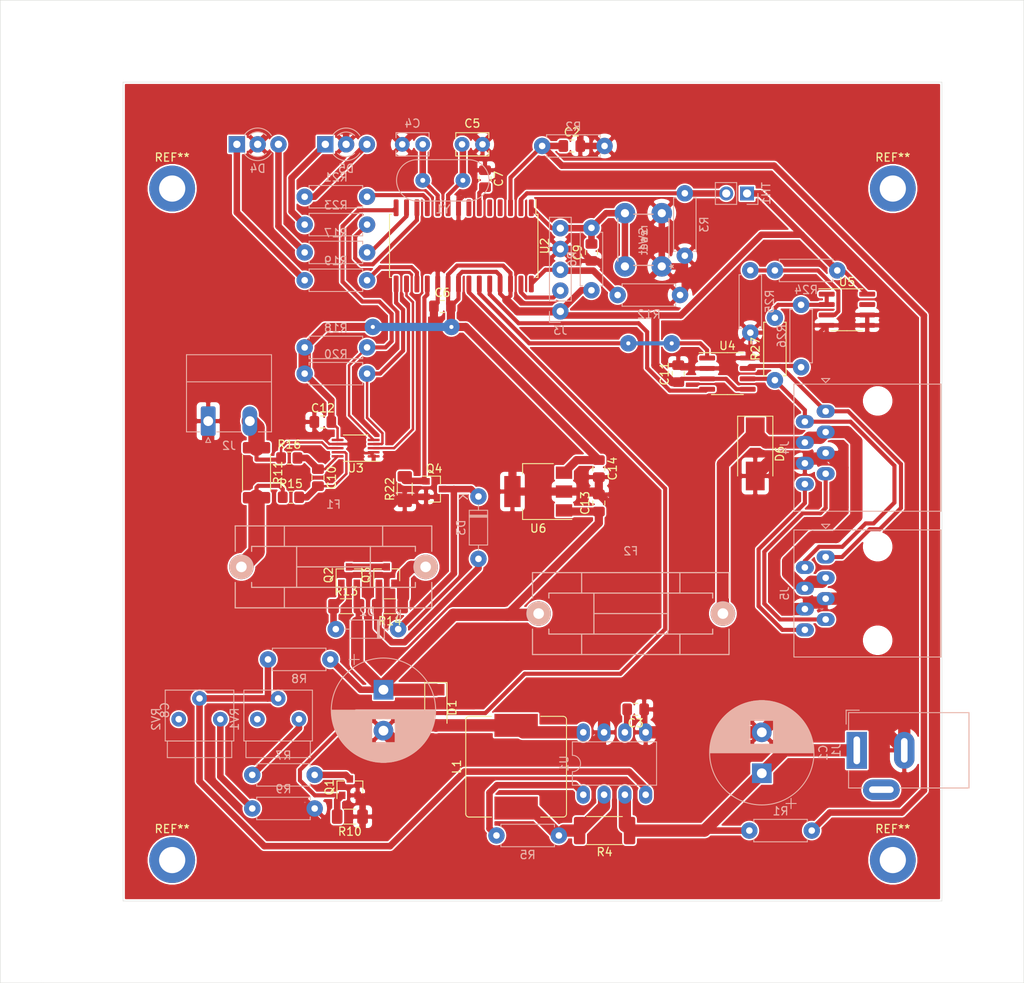
<source format=kicad_pcb>
(kicad_pcb (version 20211014) (generator pcbnew)
  (layers (0 "F.Cu" signal) (31 "B.Cu" signal) (34 "B.Paste" user) (35 "F.Paste" user) (36 "B.SilkS" user "B.Silkscreen") (37 "F.SilkS" user "F.Silkscreen") (38 "B.Mask" user) (39 "F.Mask" user) (44 "Edge.Cuts" user))
  (net 0 "")
  (net 1 "GND")
  (net 2 "Net-(C1-Pad1)")
  (net 3 "/PS_OK")
  (net 4 "Net-(C3-Pad2)")
  (net 5 "Net-(C4-Pad1)")
  (net 6 "Net-(C5-Pad1)")
  (net 7 "+5V")
  (net 8 "Net-(C7-Pad2)")
  (net 9 "+12V")
  (net 10 "/MCLR")
  (net 11 "Net-(C10-Pad2)")
  (net 12 "Net-(C10-Pad1)")
  (net 13 "Net-(D1-Pad2)")
  (net 14 "Net-(D2-Pad1)")
  (net 15 "Net-(D2-Pad2)")
  (net 16 "Net-(D3-Pad2)")
  (net 17 "Net-(D4-Pad1)")
  (net 18 "Net-(D4-Pad3)")
  (net 19 "Net-(D5-Pad3)")
  (net 20 "Net-(D5-Pad1)")
  (net 21 "Net-(D6-Pad1)")
  (net 22 "Net-(F1-Pad2)")
  (net 23 "Net-(F1-Pad1)")
  (net 24 "Net-(J1-Pad3)")
  (net 25 "/+BATT")
  (net 26 "/PGC")
  (net 27 "/PGD")
  (net 28 "Net-(J4-Pad7)")
  (net 29 "Net-(J4-Pad8)")
  (net 30 "Net-(L1-Pad1)")
  (net 31 "/B_CHRG")
  (net 32 "Net-(Q1-Pad3)")
  (net 33 "Net-(Q2-Pad3)")
  (net 34 "/BATT_ON")
  (net 35 "Net-(R3-Pad2)")
  (net 36 "Net-(R5-Pad1)")
  (net 37 "Net-(R7-Pad2)")
  (net 38 "Net-(R8-Pad1)")
  (net 39 "Net-(R9-Pad2)")
  (net 40 "Net-(R17-Pad1)")
  (net 41 "/SCL")
  (net 42 "Net-(R19-Pad1)")
  (net 43 "/SDA")
  (net 44 "Net-(R21-Pad1)")
  (net 45 "Net-(R23-Pad1)")
  (net 46 "Net-(R24-Pad1)")
  (net 47 "Net-(R26-Pad1)")
  (net 48 "Net-(RV1-Pad1)")
  (net 49 "Net-(RV2-Pad1)")
  (net 50 "Net-(U2-Pad4)")
  (net 51 "Net-(U2-Pad5)")
  (net 52 "Net-(U2-Pad7)")
  (net 53 "/ALRT")
  (net 54 "Net-(U5-Pad7)")
  (net 55 "/CANH")
  (net 56 "/CANL")
  (net 57 "/CANTX")
  (net 58 "/CANRX")
  (footprint "Capacitor_SMD:C_0805_2012Metric_Pad1.18x1.45mm_HandSolder" (layer "F.Cu") (at 162.6 116.6 180)
    (fp_text reference "C3")
    (fp_text value "1nF")
  )
  (footprint "Capacitor_THT:C_Disc_D3.8mm_W2.6mm_P2.50mm" (layer "F.Cu") (at 141.4 47.6)
    (fp_text reference "C5")
    (fp_text value "22pF")
  )
  (footprint "Capacitor_SMD:C_0805_2012Metric_Pad1.18x1.45mm_HandSolder" (layer "F.Cu") (at 139 67.4)
    (fp_text reference "C6")
    (fp_text value "100nF")
  )
  (footprint "Capacitor_SMD:C_0805_2012Metric_Pad1.18x1.45mm_HandSolder" (layer "F.Cu") (at 144.2 51.8 -90)
    (fp_text reference "C7")
    (fp_text value "10uF")
  )
  (footprint "Capacitor_SMD:C_0805_2012Metric_Pad1.18x1.45mm_HandSolder" (layer "F.Cu") (at 157.2 60.8 90)
    (fp_text reference "C9")
    (fp_text value "100nF")
  )
  (footprint "Capacitor_SMD:C_0805_2012Metric_Pad1.18x1.45mm_HandSolder" (layer "F.Cu") (at 123.8 88.3 -90)
    (fp_text reference "C10")
    (fp_text value "1nF")
  )
  (footprint "Capacitor_SMD:C_0805_2012Metric_Pad1.18x1.45mm_HandSolder" (layer "F.Cu") (at 167.8 75.6 90)
    (fp_text reference "C11")
    (fp_text value "100nF")
  )
  (footprint "Capacitor_SMD:C_0805_2012Metric_Pad1.18x1.45mm_HandSolder" (layer "F.Cu") (at 124.4 81.5)
    (fp_text reference "C12")
    (fp_text value "100nF")
  )
  (footprint "Capacitor_SMD:C_0805_2012Metric_Pad1.18x1.45mm_HandSolder" (layer "F.Cu") (at 158.1 91.4 90)
    (fp_text reference "C13")
    (fp_text value "10uF")
  )
  (footprint "Capacitor_SMD:C_0805_2012Metric_Pad1.18x1.45mm_HandSolder" (layer "F.Cu") (at 158.1 87.2 -90)
    (fp_text reference "C14")
    (fp_text value "10uF")
  )
  (footprint "Diode_SMD:D_SOD-128" (layer "F.Cu") (at 138.2 116.4 -90)
    (fp_text reference "D1")
    (fp_text value "D_Schottky")
  )
  (footprint "Inductor_SMD:L_Bourns_SRR1210A" (layer "F.Cu") (at 148 123.6 90)
    (fp_text reference "L1")
    (fp_text value "220µH")
  )
  (footprint "Package_TO_SOT_SMD:SOT-23" (layer "F.Cu") (at 127.7 126.1 90)
    (fp_text reference "Q1")
    (fp_text value "BSS123")
  )
  (footprint "Resistor_SMD:R_2512_6332Metric_Pad1.40x3.35mm_HandSolder" (layer "F.Cu") (at 158.8 131.4 180)
    (fp_text reference "R4")
    (fp_text value "0.22")
  )
  (footprint "Resistor_SMD:R_1206_3216Metric_Pad1.30x1.75mm_HandSolder" (layer "F.Cu") (at 127.7 129.7 180)
    (fp_text reference "R10")
    (fp_text value "10K")
  )
  (footprint "Resistor_SMD:R_2512_6332Metric_Pad1.40x3.35mm_HandSolder" (layer "F.Cu") (at 116.3 87.7 -90)
    (fp_text reference "R11")
    (fp_text value "0.039")
  )
  (footprint "Resistor_SMD:R_0805_2012Metric_Pad1.20x1.40mm_HandSolder" (layer "F.Cu") (at 120.5 90.7)
    (fp_text reference "R15")
    (fp_text value "10")
  )
  (footprint "Resistor_SMD:R_0805_2012Metric_Pad1.20x1.40mm_HandSolder" (layer "F.Cu") (at 120.3 85.9)
    (fp_text reference "R16")
    (fp_text value "10")
  )
  (footprint "Resistor_THT:R_Axial_DIN0207_L6.3mm_D2.5mm_P7.62mm_Horizontal" (layer "F.Cu") (at 179.6 76.4 90)
    (fp_text reference "R27")
    (fp_text value "330")
  )
  (footprint "Package_SO:SOIC-8_3.9x4.9mm_P1.27mm" (layer "F.Cu") (at 173.8 75.6)
    (fp_text reference "U4")
    (fp_text value "MCP2542FDxMF")
  )
  (footprint "Package_SO:SOIC-8_3.9x4.9mm_P1.27mm" (layer "F.Cu") (at 188.4 67.8)
    (fp_text reference "U5")
    (fp_text value "LM358")
  )
  (footprint "Package_TO_SOT_SMD:SOT-223-3_TabPin2" (layer "F.Cu") (at 150.7 90 180)
    (fp_text reference "U6")
    (fp_text value "uA7805")
  )
  (footprint "Diode_SMD:D_SMB_Handsoldering" (layer "F.Cu") (at 177.2 85.4 -90)
    (fp_text reference "D6")
    (fp_text value "SMBJ16A")
  )
  (footprint "Capacitor_SMD:C_0805_2012Metric_Pad1.18x1.45mm_HandSolder" (layer "F.Cu") (at 154.8 47.8)
    (fp_text reference "C2")
    (fp_text value "100nF")
  )
  (footprint "Package_SO:SOIC-28W_7.5x17.9mm_P1.27mm" (layer "F.Cu") (at 141.6 60 -90)
    (fp_text reference "U2")
    (fp_text value "PIC18F26K80_ISS")
  )
  (footprint "Package_TO_SOT_SMD:SOT-23" (layer "F.Cu") (at 138 89.7)
    (fp_text reference "Q4")
    (fp_text value "BSS123")
  )
  (footprint "Resistor_SMD:R_1206_3216Metric_Pad1.30x1.75mm_HandSolder" (layer "F.Cu") (at 132.588 104 180)
    (fp_text reference "R14")
    (fp_text value "10K")
  )
  (footprint "Resistor_SMD:R_1206_3216Metric_Pad1.30x1.75mm_HandSolder" (layer "F.Cu") (at 134.4 89.7 90)
    (fp_text reference "R22")
    (fp_text value "10K")
  )
  (footprint "Package_SO:VSSOP-10_3x3mm_P0.5mm" (layer "F.Cu") (at 128.4 84.7 180)
    (fp_text reference "U3")
    (fp_text value "INA226")
  )
  (footprint "Package_TO_SOT_SMD:SOT-23" (layer "F.Cu") (at 132.2 100.2 90)
    (fp_text reference "Q3")
    (fp_text value "PMOS")
  )
  (footprint "Package_TO_SOT_SMD:SOT-23" (layer "F.Cu") (at 127.6 100.2 90)
    (fp_text reference "Q2")
    (fp_text value "PMOS")
  )
  (footprint "MountingHole:MountingHole_3.2mm_M3_DIN965_Pad" (layer "F.Cu") (at 194 53)
    (fp_text reference "REF**")
    (fp_text value "MountingHole_3.2mm_M3_DIN965_Pad")
  )
  (footprint "MountingHole:MountingHole_3.2mm_M3_DIN965_Pad" (layer "F.Cu") (at 106 53)
    (fp_text reference "REF**")
    (fp_text value "MountingHole_3.2mm_M3_DIN965_Pad")
  )
  (footprint "MountingHole:MountingHole_3.2mm_M3_DIN965_Pad" (layer "F.Cu") (at 106 135)
    (fp_text reference "REF**")
    (fp_text value "MountingHole_3.2mm_M3_DIN965_Pad")
  )
  (footprint "MountingHole:MountingHole_3.2mm_M3_DIN965_Pad" (layer "F.Cu") (at 194 135)
    (fp_text reference "REF**")
    (fp_text value "MountingHole_3.2mm_M3_DIN965_Pad")
  )
  (footprint "Resistor_SMD:R_1206_3216Metric_Pad1.30x1.75mm_HandSolder" (layer "F.Cu") (at 127.254 104)
    (fp_text reference "R13")
    (fp_text value "10K")
  )
  (footprint "Capacitor_THT:CP_Radial_D12.5mm_P5.00mm" (layer "B.Cu") (at 178 124.4 90)
    (fp_text reference "C1")
    (fp_text value "1000µF")
  )
  (footprint "Capacitor_THT:C_Disc_D3.8mm_W2.6mm_P2.50mm" (layer "B.Cu") (at 136.6 47.6 180)
    (fp_text reference "C4")
    (fp_text value "22pF")
  )
  (footprint "Capacitor_THT:CP_Radial_D12.5mm_P5.00mm" (layer "B.Cu") (at 131.8 114.2 -90)
    (fp_text reference "C8")
    (fp_text value "1000µF")
  )
  (footprint "LED_THT:LED_D3.0mm-3" (layer "B.Cu") (at 113.9 47.6)
    (fp_text reference "D4")
    (fp_text value "LED")
  )
  (footprint "LED_THT:LED_D3.0mm-3" (layer "B.Cu") (at 124.7 47.6)
    (fp_text reference "D5")
    (fp_text value "LED")
  )
  (footprint "local:Fuseholder5x20_horiz_SemiClosed_Casing10x22.5mm" (layer "B.Cu") (at 162 104.9 180)
    (fp_text reference "F2")
    (fp_text value "1A")
  )
  (footprint "Connector_BarrelJack:BarrelJack_Wuerth_6941xx301002" (layer "B.Cu") (at 189.6 121.6 -90)
    (fp_text reference "J1")
    (fp_text value "Jack-DC")
  )
  (footprint "Connector_Phoenix_MC_HighVoltage:PhoenixContact_MC_1,5_2-G-5.08_1x02_P5.08mm_Horizontal" (layer "B.Cu") (at 110.4 81.4)
    (fp_text reference "J2")
    (fp_text value "BATT")
  )
  (footprint "Connector_RJ:RJ45_Amphenol_54602-x08_Horizontal" (layer "B.Cu") (at 185.8 80.2 -90)
    (fp_text reference "J4")
    (fp_text value "RJ45")
  )
  (footprint "Connector_RJ:RJ45_Amphenol_54602-x08_Horizontal" (layer "B.Cu") (at 185.8 98 -90)
    (fp_text reference "J5")
    (fp_text value "RJ45")
  )
  (footprint "Resistor_THT:R_Axial_DIN0207_L6.3mm_D2.5mm_P7.62mm_Horizontal" (layer "B.Cu") (at 184.1 131.4 180)
    (fp_text reference "R1")
    (fp_text value "10K")
  )
  (footprint "Resistor_THT:R_Axial_DIN0207_L6.3mm_D2.5mm_P7.62mm_Horizontal" (layer "B.Cu") (at 158.8 47.8 180)
    (fp_text reference "R2")
    (fp_text value "1.8K")
  )
  (footprint "Resistor_THT:R_Axial_DIN0207_L6.3mm_D2.5mm_P7.62mm_Horizontal" (layer "B.Cu") (at 168.6 61.2 90)
    (fp_text reference "R3")
    (fp_text value "10K")
  )
  (footprint "Resistor_THT:R_Axial_DIN0207_L6.3mm_D2.5mm_P7.62mm_Horizontal" (layer "B.Cu") (at 145.6 132)
    (fp_text reference "R5")
    (fp_text value "180")
  )
  (footprint "Resistor_THT:R_Axial_DIN0207_L6.3mm_D2.5mm_P7.62mm_Horizontal" (layer "B.Cu") (at 123.4 124.6 180)
    (fp_text reference "R7")
    (fp_text value "18K7")
  )
  (footprint "Resistor_THT:R_Axial_DIN0207_L6.3mm_D2.5mm_P7.62mm_Horizontal" (layer "B.Cu") (at 123.4 128.7 180)
    (fp_text reference "R9")
    (fp_text value "1.8K")
  )
  (footprint "Resistor_THT:R_Axial_DIN0207_L6.3mm_D2.5mm_P7.62mm_Horizontal" (layer "B.Cu") (at 160.4 66)
    (fp_text reference "R12")
    (fp_text value "10K")
  )
  (footprint "Resistor_THT:R_Axial_DIN0207_L6.3mm_D2.5mm_P7.62mm_Horizontal" (layer "B.Cu") (at 129.8 60.8 180)
    (fp_text reference "R17")
    (fp_text value "330")
  )
  (footprint "Resistor_THT:R_Axial_DIN0207_L6.3mm_D2.5mm_P7.62mm_Horizontal" (layer "B.Cu") (at 129.8 72.4 180)
    (fp_text reference "R18")
    (fp_text value "4K7")
  )
  (footprint "Resistor_THT:R_Axial_DIN0207_L6.3mm_D2.5mm_P7.62mm_Horizontal" (layer "B.Cu") (at 129.8 64.2 180)
    (fp_text reference "R19")
    (fp_text value "330")
  )
  (footprint "Resistor_THT:R_Axial_DIN0207_L6.3mm_D2.5mm_P7.62mm_Horizontal" (layer "B.Cu") (at 129.8 75.6 180)
    (fp_text reference "R20")
    (fp_text value "4K7")
  )
  (footprint "Resistor_THT:R_Axial_DIN0207_L6.3mm_D2.5mm_P7.62mm_Horizontal" (layer "B.Cu") (at 129.8 54 180)
    (fp_text reference "R21")
    (fp_text value "330")
  )
  (footprint "Resistor_THT:R_Axial_DIN0207_L6.3mm_D2.5mm_P7.62mm_Horizontal" (layer "B.Cu") (at 129.8 57.4 180)
    (fp_text reference "R23")
    (fp_text value "330")
  )
  (footprint "Resistor_THT:R_Axial_DIN0207_L6.3mm_D2.5mm_P7.62mm_Horizontal" (layer "B.Cu") (at 179.6 63)
    (fp_text reference "R24")
    (fp_text value "10K")
  )
  (footprint "Resistor_THT:R_Axial_DIN0207_L6.3mm_D2.5mm_P7.62mm_Horizontal" (layer "B.Cu") (at 176.6 70.6 90)
    (fp_text reference "R25")
    (fp_text value "10K")
  )
  (footprint "Resistor_THT:R_Axial_DIN0207_L6.3mm_D2.5mm_P7.62mm_Horizontal" (layer "B.Cu") (at 182.8 67.2 -90)
    (fp_text reference "R26")
    (fp_text value "330")
  )
  (footprint "Potentiometer_THT:Potentiometer_Bourns_3339S_Horizontal" (layer "B.Cu") (at 116.4 117.8 -90)
    (fp_text reference "RV1")
    (fp_text value "100K")
  )
  (footprint "Potentiometer_THT:Potentiometer_Bourns_3339S_Horizontal" (layer "B.Cu") (at 106.8 117.8 -90)
    (fp_text reference "RV2")
    (fp_text value "500")
  )
  (footprint "te:1825910-7" (layer "B.Cu") (at 161.29 56.007 90)
    (fp_text reference "SW1")
    (fp_text value "reset")
  )
  (footprint "Connector_PinHeader_2.54mm:PinHeader_1x02_P2.54mm_Vertical" (layer "B.Cu") (at 176.2 53.6 90)
    (fp_text reference "TH1")
    (fp_text value "NTC10K")
  )
  (footprint "Package_DIP:DIP-8_W7.62mm" (layer "B.Cu") (at 156.2 119.4 -90)
    (fp_text reference "U1")
    (fp_text value "MC33063AP")
  )
  (footprint "Crystal:Crystal_HC18-U_Vertical" (layer "B.Cu") (at 136.6 52)
    (fp_text reference "Y1")
    (fp_text value "10Mhz")
  )
  (footprint "Resistor_THT:R_Axial_DIN0207_L6.3mm_D2.5mm_P7.62mm_Horizontal" (layer "B.Cu") (at 117.7 110.5)
    (fp_text reference "R8")
    (fp_text value "18K7")
  )
  (footprint "Connector_PinHeader_2.54mm:PinHeader_1x05_P2.54mm_Vertical" (layer "B.Cu") (at 153.4 68)
    (fp_text reference "J3")
    (fp_text value "Conn_01x05_Male")
  )
  (footprint "Resistor_THT:R_Axial_DIN0207_L6.3mm_D2.5mm_P7.62mm_Horizontal" (layer "B.Cu") (at 157.2 57.8 -90)
    (fp_text reference "R6")
    (fp_text value "10K")
  )
  (footprint "Diode_THT:D_DO-35_SOD27_P7.62mm_Horizontal" (layer "B.Cu") (at 133.6 106.8 180)
    (fp_text reference "D2")
    (fp_text value "1N4148")
  )
  (footprint "Diode_THT:D_DO-35_SOD27_P7.62mm_Horizontal" (layer "B.Cu") (at 143.4 90.6 -90)
    (fp_text reference "D3")
    (fp_text value "1N4148")
  )
  (footprint "local:Fuseholder5x20_horiz_SemiClosed_Casing10x22.5mm" (layer "B.Cu") (at 125.7 99.2 180)
    (fp_text reference "F1")
    (fp_text value "2A")
  )
  (gr_line (start 85 150) (end 85 30) (layer "Edge.Cuts") (width 0.05))
  (gr_line (start 100 40) (end 100 140) (layer "Edge.Cuts") (width 0.05))
  (gr_line (start 90 150) (end 85 150) (layer "Edge.Cuts") (width 0.05))
  (gr_line (start 200 40) (end 200 140) (layer "Edge.Cuts") (width 0.05))
  (gr_line (start 85 30) (end 210 30) (layer "Edge.Cuts") (width 0.05))
  (gr_line (start 210 30) (end 210 150) (layer "Edge.Cuts") (width 0.05))
  (gr_line (start 100 40) (end 200 40) (layer "Edge.Cuts") (width 0.05))
  (gr_line (start 210 150) (end 90 150) (layer "Edge.Cuts") (width 0.05))
  (gr_line (start 200 140) (end 100 140) (layer "Edge.Cuts") (width 0.05))
  (segment (start 134.45 90.65) (end 134.4 90.7) (width 0.8) (layer "F.Cu") (net 1))
  (segment (start 137 90.65) (end 134.45 90.65) (width 0.8) (layer "F.Cu") (net 1))
  (segment (start 185.8 85.28) (end 186.076309 85.28) (width 1.5) (layer "F.Cu") (net 1))
  (segment (start 176.6 73.37) (end 176.275 73.695) (width 0.5) (layer "F.Cu") (net 1))
  (segment (start 118.586002 108.5) (end 112 108.5) (width 1.5) (layer "F.Cu") (net 1))
  (segment (start 127.7 84.2) (end 128.8 85.3) (width 0.3) (layer "F.Cu") (net 1))
  (segment (start 128.8 85.3) (end 130.5 85.3) (width 0.3) (layer "F.Cu") (net 1))
  (segment (start 171.325 74.965) (end 168.2025 74.965) (width 0.5) (layer "F.Cu") (net 1))
  (segment (start 156.924877 121.45001) (end 134.05001 121.45001) (width 1.5) (layer "F.Cu") (net 1))
  (segment (start 130.5 85.3) (end 130.6 85.2) (width 0.3) (layer "F.Cu") (net 1))
  (segment (start 168.2025 74.965) (end 167.8 74.5625) (width 0.5) (layer "F.Cu") (net 1))
  (segment (start 155.7425 60.38) (end 157.2 61.8375) (width 0.8) (layer "F.Cu") (net 1))
  (segment (start 153.4 60.38) (end 155.7425 60.38) (width 0.8) (layer "F.Cu") (net 1))
  (segment (start 153.85 90) (end 157.7375 90) (width 1) (layer "F.Cu") (net 1))
  (segment (start 173.565 74.965) (end 174.835 73.695) (width 0.5) (layer "F.Cu") (net 1))
  (segment (start 160.444502 64.357002) (end 163.94 64.357002) (width 0.8) (layer "F.Cu") (net 1))
  (segment (start 128.704 131.9) (end 130.9 131.9) (width 1.5) (layer "F.Cu") (net 1))
  (segment (start 159 113.8) (end 158.74 114.06) (width 1.5) (layer "F.Cu") (net 1))
  (segment (start 196.2 76.4) (end 191 71.2) (width 1.5) (layer "F.Cu") (net 1))
  (segment (start 157.925 61.8375) (end 160.444502 64.357002) (width 0.8) (layer "F.Cu") (net 1))
  (segment (start 158.74 114.06) (end 158.74 119.4) (width 1.5) (layer "F.Cu") (net 1))
  (segment (start 195.4 94.2) (end 196.2 93.4) (width 1.5) (layer "F.Cu") (net 1))
  (segment (start 143.02499 50.90401) (end 143.02499 49.775012) (width 0.5) (layer "F.Cu") (net 1))
  (segment (start 155.8375 46.2375) (end 155.8375 47.8) (width 0.8) (layer "F.Cu") (net 1))
  (segment (start 135.600001 46.099999) (end 134.1 47.6) (width 0.8) (layer "F.Cu") (net 1))
  (segment (start 138.425 66.9375) (end 137.9625 67.4) (width 0.5) (layer "F.Cu") (net 1))
  (segment (start 128.65 127.1) (end 128.700001 127.049999) (width 0.8) (layer "F.Cu") (net 1))
  (segment (start 185.925 69.705) (end 185.03 70.6) (width 0.5) (layer "F.Cu") (net 1))
  (segment (start 118.040001 45.999999) (end 116.44 47.6) (width 0.8) (layer "F.Cu") (net 1))
  (segment (start 184.04999 103.56001) (end 183.26 104.35) (width 1.5) (layer "F.Cu") (net 1))
  (segment (start 134.05001 121.45001) (end 131.8 119.2) (width 1.5) (layer "F.Cu") (net 1))
  (segment (start 180.66 104.35) (end 183.26 104.35) (width 1.5) (layer "F.Cu") (net 1))
  (segment (start 179.50998 97.840956) (end 179.50998 103.19998) (width 1.5) (layer "F.Cu") (net 1))
  (segment (start 127.24 47.6) (end 127.24 46.138998) (width 0.8) (layer "F.Cu") (net 1))
  (segment (start 186.076309 85.28) (end 187.85001 87.053701) (width 1.5) (layer "F.Cu") (net 1))
  (segment (start 158.18102 90.3625) (end 159.52501 91.70649) (width 1) (layer "F.Cu") (net 1))
  (segment (start 176.6 70.6) (end 176.6 73.37) (width 0.5) (layer "F.Cu") (net 1))
  (segment (start 127.24 46.138998) (end 127.101001 45.999999) (width 0.8) (layer "F.Cu") (net 1))
  (segment (start 171.325 74.965) (end 173.565 74.965) (width 0.5) (layer "F.Cu") (net 1))
  (segment (start 139.8 60.4) (end 138.425 61.775) (width 0.5) (layer "F.Cu") (net 1))
  (segment (start 165.790001 56.006999) (end 165.790001 62.507001) (width 0.8) (layer "F.Cu") (net 1))
  (segment (start 177.169999 70.030001) (end 176.6 70.6) (width 0.5) (layer "F.Cu") (net 1))
  (segment (start 143.9 48.900002) (end 143.9 47.6) (width 0.5) (layer "F.Cu") (net 1))
  (segment (start 185.03 70.6) (end 176.6 70.6) (width 0.5) (layer "F.Cu") (net 1))
  (segment (start 183.500966 93.84997) (end 179.50998 97.840956) (width 1.5) (layer "F.Cu") (net 1))
  (segment (start 194.92 103.08) (end 195.4 102.6) (width 1.5) (layer "F.Cu") (net 1))
  (segment (start 178 119.4) (end 179.199999 118.200001) (width 1.5) (layer "F.Cu") (net 1))
  (segment (start 183.84001 85.96999) (end 185.11001 85.96999) (width 1.5) (layer "F.Cu") (net 1))
  (segment (start 185.8 103.08) (end 194.92 103.08) (width 1.5) (layer "F.Cu") (net 1))
  (segment (start 163.82 119.4) (end 178 119.4) (width 1.5) (layer "F.Cu") (net 1))
  (segment (start 187.85001 91.94999) (end 185.95003 93.84997) (width 1.5) (layer "F.Cu") (net 1))
  (segment (start 158.74 119.634887) (end 156.924877 121.45001) (width 1.5) (layer "F.Cu") (net 1))
  (segment (start 123.330001 116.830001) (end 123.330001 113.243999) (width 1.5) (layer "F.Cu") (net 1))
  (segment (start 120.1 127) (end 121.8 128.7) (width 1.5) (layer "F.Cu") (net 1))
  (segment (start 153.4 60.38) (end 139.82 60.38) (width 0.5) (layer "F.Cu") (net 1))
  (segment (start 179.199999 118.200001) (end 192.000001 118.200001) (width 1.5) (layer "F.Cu") (net 1))
  (segment (start 195.60003 121.80003) (end 195.4 121.6) (width 1.5) (layer "F.Cu") (net 1))
  (segment (start 183.26 86.55) (end 183.84001 85.96999) (width 1.5) (layer "F.Cu") (net 1))
  (segment (start 143.9 47.6) (end 142.399999 46.099999) (width 0.8) (layer "F.Cu") (net 1))
  (segment (start 130.9 131.9) (end 134.05001 128.74999) (width 1.5) (layer "F.Cu") (net 1))
  (segment (start 140.965 59.235) (end 139.8 60.4) (width 0.5) (layer "F.Cu") (net 1))
  (segment (start 158.74 119.4) (end 158.74 119.634887) (width 1.5) (layer "F.Cu") (net 1))
  (segment (start 123.3625 82.3625) (end 123.3625 81.5) (width 0.3) (layer "F.Cu") (net 1))
  (segment (start 123.330001 116.830001) (end 123.330001 120.572929) (width 1.5) (layer "F.Cu") (net 1))
  (segment (start 129.25 127.7) (end 128.65 127.1) (width 0.8) (layer "F.Cu") (net 1))
  (segment (start 170.2 119.4) (end 164.6 113.8) (width 1.5) (layer "F.Cu") (net 1))
  (segment (start 120.1 123.80293) (end 120.1 127) (width 1.5) (layer "F.Cu") (net 1))
  (segment (start 134.4 90.7) (end 133.7 90.7) (width 1) (layer "F.Cu") (net 1))
  (segment (start 130.2 85.3) (end 130.6 85.7) (width 0.3) (layer "F.Cu") (net 1))
  (segment (start 129.25 131.354) (end 128.704 131.9) (width 0.8) (layer "F.Cu") (net 1))
  (segment (start 177.2 88.1) (end 178.75 86.55) (width 1.5) (layer "F.Cu") (net 1))
  (segment (start 134.05001 128.74999) (end 134.05001 121.45001) (width 1.5) (layer "F.Cu") (net 1))
  (segment (start 157.7375 90) (end 158.1 90.3625) (width 1) (layer "F.Cu") (net 1))
  (segment (start 133.6 90.7) (end 130.6 87.7) (width 0.3) (layer "F.Cu") (net 1))
  (segment (start 195.4 121.6) (end 195.4 102.6) (width 1.5) (layer "F.Cu") (net 1))
  (segment (start 121.8 128.7) (end 123.4 128.7) (width 1.5) (layer "F.Cu") (net 1))
  (segment (start 134.4 90.7) (end 133.6 90.7) (width 0.3) (layer "F.Cu") (net 1))
  (segment (start 123.330001 120.572929) (end 120.1 123.80293) (width 1.5) (layer "F.Cu") (net 1))
  (segment (start 159.52501 91.70649) (end 159.52501 99.380992) (width 1) (layer "F.Cu") (net 1))
  (segment (start 142.399999 46.099999) (end 135.600001 46.099999) (width 0.8) (layer "F.Cu") (net 1))
  (segment (start 178.75 86.55) (end 183.26 86.55) (width 1.5) (layer "F.Cu") (net 1))
  (segment (start 139.82 60.38) (end 139.8 60.4) (width 0.5) (layer "F.Cu") (net 1))
  (segment (start 179.50998 103.19998) (end 180.66 104.35) (width 1.5) (layer "F.Cu") (net 1))
  (segment (start 137.9625 67.4) (end 137.9625 73.9625) (width 1) (layer "F.Cu") (net 1))
  (segment (start 130.6 87.7) (end 130.6 85.7) (width 0.3) (layer "F.Cu") (net 1))
  (segment (start 164.6 113.8) (end 159 113.8) (width 1.5) (layer "F.Cu") (net 1))
  (segment (start 163.94 64.357002) (end 165.790001 62.507001) (width 0.8) (layer "F.Cu") (net 1))
  (segment (start 168.6 61.2) (end 168.6 62.54) (width 0.8) (layer "F.Cu") (net 1))
  (segment (start 144.2 50.7625) (end 143.1665 50.7625) (width 0.5) (layer "F.Cu") (net 1))
  (segment (start 138.425 64.65) (end 138.425 66.9375) (width 0.5) (layer "F.Cu") (net 1))
  (segment (start 155.4 45.8) (end 155.8375 46.2375) (width 0.8) (layer "F.Cu") (net 1))
  (segment (start 159.52501 99.380992) (end 142.806001 116.100001) (width 1) (layer "F.Cu") (net 1))
  (segment (start 185.925 69.705) (end 190.875 69.705) (width 0.5) (layer "F.Cu") (net 1))
  (segment (start 117.940001 46.099999) (end 116.44 47.6) (width 0.8) (layer "F.Cu") (net 1))
  (segment (start 190.875 71.075) (end 191 71.2) (width 0.5) (layer "F.Cu") (net 1))
  (segment (start 190.875 69.705) (end 190.875 68.435) (width 0.5) (layer "F.Cu") (net 1))
  (segment (start 168.567001 62.507001) (end 168.6 62.54) (width 0.8) (layer "F.Cu") (net 1))
  (segment (start 127.101001 45.999999) (end 118.040001 45.999999) (width 0.8) (layer "F.Cu") (net 1))
  (segment (start 147.55 90) (end 153.85 90) (width 1) (layer "F.Cu") (net 1))
  (segment (start 185.95003 93.84997) (end 183.500966 93.84997) (width 1.5) (layer "F.Cu") (net 1))
  (segment (start 187.85001 87.053701) (end 187.85001 91.94999) (width 1.5) (layer "F.Cu") (net 1))
  (segment (start 125 131.9) (end 128.704 131.9) (width 1.5) (layer "F.Cu") (net 1))
  (segment (start 133.7 90.7) (end 118.586002 105.813998) (width 1) (layer "F.Cu") (net 1))
  (segment (start 174.835 73.695) (end 176.275 73.695) (width 0.5) (layer "F.Cu") (net 1))
  (segment (start 145.7 45.8) (end 155.4 45.8) (width 0.8) (layer "F.Cu") (net 1))
  (segment (start 138.425 61.775) (end 138.425 64.65) (width 0.5) (layer "F.Cu") (net 1))
  (segment (start 196.2 93.4) (end 196.2 76.4) (width 1.5) (layer "F.Cu") (net 1))
  (segment (start 134.1 47.6) (end 132.499999 45.999999) (width 0.8) (layer "F.Cu") (net 1))
  (segment (start 165.790001 62.507001) (end 168.567001 62.507001) (width 0.8) (layer "F.Cu") (net 1))
  (segment (start 143.02499 49.775012) (end 143.9 48.900002) (width 0.5) (layer "F.Cu") (net 1))
  (segment (start 155.8375 47.8) (end 158.8 47.8) (width 0.8) (layer "F.Cu") (net 1))
  (segment (start 143.02499 52.473012) (end 143.02499 50.90401) (width 0.5) (layer "F.Cu") (net 1))
  (segment (start 168.6 62.54) (end 168.6 65.42) (width 0.8) (layer "F.Cu") (net 1))
  (segment (start 192.000001 118.200001) (end 195.4 121.6) (width 1.5) (layer "F.Cu") (net 1))
  (segment (start 142.806001 116.100001) (end 124.060001 116.100001) (width 1) (layer "F.Cu") (net 1))
  (segment (start 110.4 106.9) (end 112 108.5) (width 1.5) (layer "F.Cu") (net 1))
  (segment (start 158.1 90.3625) (end 158.18102 90.3625) (width 1) (layer "F.Cu") (net 1))
  (segment (start 143.1665 50.7625) (end 143.02499 50.90401) (width 0.5) (layer "F.Cu") (net 1))
  (segment (start 185.8 103.08) (end 185.31999 103.56001) (width 1.5) (layer "F.Cu") (net 1))
  (segment (start 129.25 129.7) (end 129.25 131.354) (width 0.8) (layer "F.Cu") (net 1))
  (segment (start 157.2 61.8375) (end 157.925 61.8375) (width 0.8) (layer "F.Cu") (net 1))
  (segment (start 163.6375 116.6) (end 163.6375 119.2175) (width 0.8) (layer "F.Cu") (net 1))
  (segment (start 140.965 54.533002) (end 143.02499 52.473012) (width 0.5) (layer "F.Cu") (net 1))
  (segment (start 118.586002 105.813998) (end 118.586002 108.5) (width 1) (layer "F.Cu") (net 1))
  (segment (start 129.25 129.7) (end 129.25 127.7) (width 0.8) (layer "F.Cu") (net 1))
  (segment (start 123.330001 113.243999) (end 118.586002 108.5) (width 1.5) (layer "F.Cu") (net 1))
  (segment (start 140.965 55.35) (end 140.965 59.235) (width 0.5) (layer "F.Cu") (net 1))
  (segment (start 124.060001 116.100001) (end 123.330001 116.830001) (width 1) (layer "F.Cu") (net 1))
  (segment (start 143.9 47.6) (end 145.7 45.8) (width 0.8) (layer "F.Cu") (net 1))
  (segment (start 163.6375 119.2175) (end 163.82 119.4) (width 0.8) (layer "F.Cu") (net 1))
  (segment (start 137.9625 73.9625) (end 147.55 83.55) (width 1) (layer "F.Cu") (net 1))
  (segment (start 110.4 81.4) (end 110.4 106.9) (width 1.5) (layer "F.Cu") (net 1))
  (segment (start 121.8 128.7) (end 125 131.9) (width 1.5) (layer "F.Cu") (net 1))
  (segment (start 158.1 88.2375) (end 158.1 90.3625) (width 1) (layer "F.Cu") (net 1))
  (segment (start 185.31999 103.56001) (end 184.04999 103.56001) (width 1.5) (layer "F.Cu") (net 1))
  (segment (start 185.11001 85.96999) (end 185.8 85.28) (width 1.5) (layer "F.Cu") (net 1))
  (segment (start 126.2 84.2) (end 127.7 84.2) (width 0.3) (layer "F.Cu") (net 1))
  (segment (start 140.965 55.35) (end 140.965 54.533002) (width 0.5) (layer "F.Cu") (net 1))
  (segment (start 132.499999 45.999999) (end 127.101001 45.999999) (width 0.8) (layer "F.Cu") (net 1))
  (segment (start 147.55 83.55) (end 147.55 90) (width 1) (layer "F.Cu") (net 1))
  (segment (start 126.2 84.2) (end 125.2 84.2) (width 0.3) (layer "F.Cu") (net 1))
  (segment (start 128.8 85.3) (end 130.2 85.3) (width 0.3) (layer "F.Cu") (net 1))
  (segment (start 195.4 102.6) (end 195.4 94.2) (width 1.5) (layer "F.Cu") (net 1))
  (segment (start 125.2 84.2) (end 123.3625 82.3625) (width 0.3) (layer "F.Cu") (net 1))
  (segment (start 168.6 65.42) (end 168.02 66) (width 0.8) (layer "F.Cu") (net 1))
  (segment (start 178 119.4) (end 170.2 119.4) (width 1.5) (layer "F.Cu") (net 1))
  (segment (start 190.875 69.705) (end 190.875 71.075) (width 0.5) (layer "F.Cu") (net 1))
  (segment (start 189.6 121.6) (end 180.8 121.6) (width 1.5) (layer "F.Cu") (net 2))
  (segment (start 171 131.4) (end 161.85 131.4) (width 1.5) (layer "F.Cu") (net 2))
  (segment (start 176.48 131.4) (end 171 131.4) (width 0.8) (layer "F.Cu") (net 2))
  (segment (start 171 131.4) (end 178 124.4) (width 1.5) (layer "F.Cu") (net 2))
  (segment (start 161.28 127.02) (end 161.28 130.83) (width 1.5) (layer "F.Cu") (net 2))
  (segment (start 180.8 121.6) (end 178 124.4) (width 1.5) (layer "F.Cu") (net 2))
  (segment (start 151.18 47.8) (end 153.58 50.2) (width 0.8) (layer "F.Cu") (net 3))
  (segment (start 195.1 129.2) (end 186.3 129.2) (width 0.8) (layer "F.Cu") (net 3))
  (segment (start 179.5 50.2) (end 197.8 68.5) (width 0.8) (layer "F.Cu") (net 3))
  (segment (start 153.58 50.2) (end 179.5 50.2) (width 0.8) (layer "F.Cu") (net 3))
  (segment (start 197.8 68.5) (end 197.8 126.5) (width 0.8) (layer "F.Cu") (net 3))
  (segment (start 147.315 51.665) (end 151.18 47.8) (width 0.5) (layer "F.Cu") (net 3))
  (segment (start 153.7625 47.8) (end 151.18 47.8) (width 0.8) (layer "F.Cu") (net 3))
  (segment (start 186.3 129.2) (end 184.1 131.4) (width 0.8) (layer "F.Cu") (net 3))
  (segment (start 197.8 126.5) (end 195.1 129.2) (width 0.8) (layer "F.Cu") (net 3))
  (segment (start 147.315 55.35) (end 147.315 51.665) (width 0.5) (layer "F.Cu") (net 3))
  (segment (start 153.8 47.8375) (end 153.7625 47.8) (width 0.8) (layer "F.Cu") (net 3))
  (segment (start 161.5625 119.1175) (end 161.28 119.4) (width 0.8) (layer "F.Cu") (net 4))
  (segment (start 161.5625 116.6) (end 161.5625 119.1175) (width 0.8) (layer "F.Cu") (net 4))
  (segment (start 138.425 53.825) (end 136.6 52) (width 0.5) (layer "F.Cu") (net 5))
  (segment (start 138.425 55.35) (end 138.425 53.825) (width 0.5) (layer "F.Cu") (net 5))
  (segment (start 136.6 52) (end 136.6 47.6) (width 0.8) (layer "F.Cu") (net 5))
  (segment (start 139.695 55.35) (end 139.695 53.805) (width 0.5) (layer "F.Cu") (net 6))
  (segment (start 141.5 47.7) (end 141.4 47.6) (width 0.5) (layer "F.Cu") (net 6))
  (segment (start 141.5 48.5) (end 141.5 47.7) (width 0.5) (layer "F.Cu") (net 6))
  (segment (start 139.695 53.805) (end 141.5 52) (width 0.5) (layer "F.Cu") (net 6))
  (segment (start 141.5 52) (end 141.5 48.5) (width 0.8) (layer "F.Cu") (net 6))
  (segment (start 125.4375 78.8575) (end 122.18 75.6) (width 0.8) (layer "F.Cu") (net 7))
  (segment (start 141.8375 69.9) (end 158.1 86.1625) (width 1) (layer "F.Cu") (net 7))
  (segment (start 147.315 64.65) (end 147.315 66.085) (width 0.5) (layer "F.Cu") (net 7))
  (segment (start 155.3875 86.1625) (end 153.85 87.7) (width 1) (layer "F.Cu") (net 7))
  (segment (start 171.325 76.235) (end 173.635 76.235) (width 0.5) (layer "F.Cu") (net 7))
  (segment (start 158.1 86.1625) (end 155.3875 86.1625) (width 1) (layer "F.Cu") (net 7))
  (segment (start 155.98 65.42) (end 153.4 68) (width 0.8) (layer "F.Cu") (net 7))
  (segment (start 182.86 58.64) (end 177.82 53.6) (width 0.8) (layer "F.Cu") (net 7))
  (segment (start 140.8 62.4) (end 146.4 62.4) (width 0.5) (layer "F.Cu") (net 7))
  (segment (start 187.98 63) (end 190.875 65.895) (width 0.5) (layer "F.Cu") (net 7))
  (segment (start 157.2 65.42) (end 155.98 65.42) (width 0.8) (layer "F.Cu") (net 7))
  (segment (start 140.1 69.9) (end 141.8375 69.9) (width 1) (layer "F.Cu") (net 7))
  (segment (start 125.4375 81.5) (end 125.4375 78.8575) (width 0.8) (layer "F.Cu") (net 7))
  (segment (start 146.045 64.65) (end 146.045 65.845) (width 0.5) (layer "F.Cu") (net 7))
  (segment (start 139.695 67.0575) (end 140.0375 67.4) (width 0.5) (layer "F.Cu") (net 7))
  (segment (start 140.965 64.65) (end 140.965 66.4725) (width 0.5) (layer "F.Cu") (net 7))
  (segment (start 153.9 68.5) (end 153.4 68) (width 0.8) (layer "F.Cu") (net 7))
  (segment (start 130.5 69.9) (end 124.68 69.9) (width 1) (layer "F.Cu") (net 7))
  (segment (start 146.045 63.625) (end 146.045 64.65) (width 0.5) (layer "F.Cu") (net 7))
  (segment (start 174.905 77.505) (end 176.275 77.505) (width 0.5) (layer "F.Cu") (net 7))
  (segment (start 147.315 63.315) (end 147.315 64.65) (width 0.5) (layer "F.Cu") (net 7))
  (segment (start 146.045 65.845) (end 146.8 66.6) (width 0.5) (layer "F.Cu") (net 7))
  (segment (start 177.96 58.64) (end 168.1 68.5) (width 0.8) (layer "F.Cu") (net 7))
  (segment (start 126.2 82.2625) (end 125.4375 81.5) (width 0.3) (layer "F.Cu") (net 7))
  (segment (start 121.8375 75.9425) (end 122.18 75.6) (width 0.8) (layer "F.Cu") (net 7))
  (segment (start 139.695 64.65) (end 139.695 67.0575) (width 0.5) (layer "F.Cu") (net 7))
  (segment (start 177.82 53.6) (end 176.2 53.6) (width 0.8) (layer "F.Cu") (net 7))
  (segment (start 167.075 76.6375) (end 165 74.5625) (width 1) (layer "F.Cu") (net 7))
  (segment (start 140.965 66.4725) (end 140.0375 67.4) (width 0.5) (layer "F.Cu") (net 7))
  (segment (start 139.695 63.505) (end 140.8 62.4) (width 0.5) (layer "F.Cu") (net 7))
  (segment (start 141.41501 63.17499) (end 145.59499 63.17499) (width 0.5) (layer "F.Cu") (net 7))
  (segment (start 146.4 62.4) (end 147.315 63.315) (width 0.5) (layer "F.Cu") (net 7))
  (segment (start 173.635 76.235) (end 174.905 77.505) (width 0.5) (layer "F.Cu") (net 7))
  (segment (start 182.86 58.64) (end 177.96 58.64) (width 0.8) (layer "F.Cu") (net 7))
  (segment (start 139.695 64.65) (end 139.695 63.505) (width 0.5) (layer "F.Cu") (net 7))
  (segment (start 148.2 68) (end 146.8 66.6) (width 1) (layer "F.Cu") (net 7))
  (segment (start 165 68.5) (end 153.9 68.5) (width 0.8) (layer "F.Cu") (net 7))
  (segment (start 147.315 66.085) (end 146.8 66.6) (width 0.5) (layer "F.Cu") (net 7))
  (segment (start 187.22 63) (end 182.86 58.64) (width 0.8) (layer "F.Cu") (net 7))
  (segment (start 140.0375 69.9625) (end 140.1 69.9) (width 1) (layer "F.Cu") (net 7))
  (segment (start 165 74.5625) (end 165 68.5) (width 1) (layer "F.Cu") (net 7))
  (segment (start 145.59499 63.17499) (end 146.045 63.625) (width 0.5) (layer "F.Cu") (net 7))
  (segment (start 168.1 68.5) (end 165 68.5) (width 0.8) (layer "F.Cu") (net 7))
  (segment (start 187.22 63) (end 187.98 63) (width 0.5) (layer "F.Cu") (net 7))
  (segment (start 122.18 72.4) (end 122.18 75.6) (width 1.5) (layer "F.Cu") (net 7))
  (segment (start 167.8 76.6375) (end 167.075 76.6375) (width 1) (layer "F.Cu") (net 7))
  (segment (start 140.965 64.65) (end 140.965 63.625) (width 0.5) (layer "F.Cu") (net 7))
  (segment (start 140.965 63.625) (end 141.41501 63.17499) (width 0.5) (layer "F.Cu") (net 7))
  (segment (start 124.68 69.9) (end 122.18 72.4) (width 1) (layer "F.Cu") (net 7))
  (segment (start 126.2 83.7) (end 126.2 82.2625) (width 0.3) (layer "F.Cu") (net 7))
  (segment (start 140.0375 67.4) (end 140.0375 69.9625) (width 1) (layer "F.Cu") (net 7))
  (segment (start 171.325 76.235) (end 168.2025 76.235) (width 0.5) (layer "F.Cu") (net 7))
  (segment (start 168.2025 76.235) (end 167.8 76.6375) (width 0.5) (layer "F.Cu") (net 7))
  (segment (start 153.4 68) (end 148.2 68) (width 1) (layer "F.Cu") (net 7))
  (via (at 140.1 69.9) (size 2) (drill 0.5) (layers "F.Cu" "B.Cu") (net 7))
  (via (at 130.5 69.9) (size 2) (drill 0.5) (layers "F.Cu" "B.Cu") (net 7))
  (segment (start 140.1 69.9) (end 130.5 69.9) (width 1) (layer "B.Cu") (net 7))
  (segment (start 143.505 53.5325) (end 144.2 52.8375) (width 0.5) (layer "F.Cu") (net 8))
  (segment (start 143.505 55.35) (end 143.505 53.5325) (width 0.5) (layer "F.Cu") (net 8))
  (segment (start 150.6 105.05) (end 150.75 104.9) (width 1.5) (layer "F.Cu") (net 9))
  (segment (start 158.1 92.4375) (end 153.9875 92.4375) (width 1) (layer "F.Cu") (net 9))
  (segment (start 158.1 92.4375) (end 158.1 93.85) (width 1) (layer "F.Cu") (net 9))
  (segment (start 128.6 111) (end 131.8 114.2) (width 1.5) (layer "F.Cu") (net 9))
  (segment (start 128.6 106) (end 128.6 111) (width 1.5) (layer "F.Cu") (net 9))
  (segment (start 140.35 105.05) (end 146.9 105.05) (width 1.5) (layer "F.Cu") (net 9))
  (segment (start 146.9 105.05) (end 146.95 105) (width 1.5) (layer "F.Cu") (net 9))
  (segment (start 131.8 114.2) (end 129.02 114.2) (width 0.8) (layer "F.Cu") (net 9))
  (segment (start 158.1 93.85) (end 146.95 105) (width 1) (layer "F.Cu") (net 9))
  (segment (start 131.8 113.6) (end 140.35 105.05) (width 1.5) (layer "F.Cu") (net 9))
  (segment (start 128.55 101.2) (end 128.55 103.746) (width 0.8) (layer "F.Cu") (net 9))
  (segment (start 128.55 103.746) (end 128.804 104) (width 0.8) (layer "F.Cu") (net 9))
  (segment (start 131.8 114.2) (end 131.8 113.6) (width 1.5) (layer "F.Cu") (net 9))
  (segment (start 153.9875 92.4375) (end 153.85 92.3) (width 1) (layer "F.Cu") (net 9))
  (segment (start 146.9 105.05) (end 150.6 105.05) (width 1.5) (layer "F.Cu") (net 9))
  (segment (start 128.804 105.796) (end 128.6 106) (width 0.8) (layer "F.Cu") (net 9))
  (segment (start 138.2 114.2) (end 131.8 114.2) (width 1.5) (layer "F.Cu") (net 9))
  (segment (start 129.02 114.2) (end 125.32 110.5) (width 0.8) (layer "F.Cu") (net 9))
  (segment (start 128.804 104) (end 128.804 105.796) (width 0.8) (layer "F.Cu") (net 9))
  (segment (start 157.16 57.84) (end 157.2 57.8) (width 0.8) (layer "F.Cu") (net 10))
  (segment (start 161.29 56.006999) (end 161.29 62.507001) (width 0.8) (layer "F.Cu") (net 10))
  (segment (start 153.4 57.84) (end 157.16 57.84) (width 0.8) (layer "F.Cu") (net 10))
  (segment (start 158.993001 56.006999) (end 157.2 57.8) (width 0.8) (layer "F.Cu") (net 10))
  (segment (start 152.345 57.84) (end 149.855 55.35) (width 0.5) (layer "F.Cu") (net 10))
  (segment (start 157.2 59.7625) (end 157.2 57.8) (width 0.8) (layer "F.Cu") (net 10))
  (segment (start 153.4 57.84) (end 152.345 57.84) (width 0.5) (layer "F.Cu") (net 10))
  (segment (start 161.29 56.006999) (end 158.993001 56.006999) (width 0.8) (layer "F.Cu") (net 10))
  (segment (start 127.1 85.2) (end 127.27501 85.37501) (width 0.3) (layer "F.Cu") (net 11))
  (segment (start 122.4375 90.7) (end 123.8 89.3375) (width 0.8) (layer "F.Cu") (net 11))
  (segment (start 127.27501 85.37501) (end 127.27501 87.82499) (width 0.3) (layer "F.Cu") (net 11))
  (segment (start 127.27501 87.82499) (end 125.7625 89.3375) (width 0.3) (layer "F.Cu") (net 11))
  (segment (start 121.5 90.7) (end 122.4375 90.7) (width 0.8) (layer "F.Cu") (net 11))
  (segment (start 126.2 85.2) (end 127.1 85.2) (width 0.3) (layer "F.Cu") (net 11))
  (segment (start 125.7625 89.3375) (end 123.8 89.3375) (width 0.3) (layer "F.Cu") (net 11))
  (segment (start 121.3 85.9) (end 122.4375 85.9) (width 0.8) (layer "F.Cu") (net 12))
  (segment (start 126.2 85.7) (end 124.6375 87.2625) (width 0.3) (layer "F.Cu") (net 12))
  (segment (start 122.4375 85.9) (end 123.8 87.2625) (width 0.8) (layer "F.Cu") (net 12))
  (segment (start 124.6375 87.2625) (end 123.8 87.2625) (width 0.3) (layer "F.Cu") (net 12))
  (segment (start 148.85 119.4) (end 148 118.55) (width 1.5) (layer "F.Cu") (net 13))
  (segment (start 138.25 118.55) (end 138.2 118.6) (width 1.5) (layer "F.Cu") (net 13))
  (segment (start 156.2 119.4) (end 148.85 119.4) (width 1.5) (layer "F.Cu") (net 13))
  (segment (start 148 118.55) (end 138.25 118.55) (width 1.5) (layer "F.Cu") (net 13))
  (segment (start 140.4 89.7) (end 142.5 89.7) (width 0.8) (layer "F.Cu") (net 14))
  (segment (start 133.6 106.8) (end 140.4 100) (width 0.8) (layer "F.Cu") (net 14))
  (segment (start 142.5 89.7) (end 143.4 90.6) (width 0.8) (layer "F.Cu") (net 14))
  (segment (start 139 89.7) (end 140.4 89.7) (width 0.8) (layer "F.Cu") (net 14))
  (segment (start 140.4 100) (end 140.4 89.7) (width 0.8) (layer "F.Cu") (net 14))
  (segment (start 126.65 103.054) (end 125.704 104) (width 0.8) (layer "F.Cu") (net 15))
  (segment (start 125.704 106.524) (end 125.98 106.8) (width 0.8) (layer "F.Cu") (net 15))
  (segment (start 126.65 101.2) (end 126.65 103.054) (width 0.8) (layer "F.Cu") (net 15))
  (segment (start 125.704 104) (end 125.704 106.524) (width 0.8) (layer "F.Cu") (net 15))
  (segment (start 131.25 101.2) (end 131.25 103.95) (width 0.8) (layer "F.Cu") (net 16))
  (segment (start 131.25 103.95) (end 131.2 104) (width 0.8) (layer "F.Cu") (net 16))
  (segment (start 132.831999 108.400001) (end 134.368001 108.400001) (width 0.8) (layer "F.Cu") (net 16))
  (segment (start 131.2 104) (end 131.2 106.768002) (width 0.8) (layer "F.Cu") (net 16))
  (segment (start 143.4 99.368002) (end 143.4 98.22) (width 0.8) (layer "F.Cu") (net 16))
  (segment (start 131.038 106.606002) (end 131.468999 107.037001) (width 0.8) (layer "F.Cu") (net 16))
  (segment (start 131.2 106.768002) (end 131.468999 107.037001) (width 0.8) (layer "F.Cu") (net 16))
  (segment (start 134.368001 108.400001) (end 143.4 99.368002) (width 0.8) (layer "F.Cu") (net 16))
  (segment (start 131.468999 107.037001) (end 132.831999 108.400001) (width 0.8) (layer "F.Cu") (net 16))
  (segment (start 131.25 101.2) (end 131.25 103.788) (width 0.8) (layer "F.Cu") (net 16))
  (segment (start 131.038 104) (end 131.038 106.606002) (width 0.8) (layer "F.Cu") (net 16))
  (segment (start 131.25 103.788) (end 131.038 104) (width 0.8) (layer "F.Cu") (net 16))
  (segment (start 113.9 55.92) (end 122.18 64.2) (width 0.8) (layer "F.Cu") (net 17))
  (segment (start 113.9 47.6) (end 113.9 55.92) (width 0.8) (layer "F.Cu") (net 17))
  (segment (start 118.98 57.6) (end 122.18 60.8) (width 0.8) (layer "F.Cu") (net 18))
  (segment (start 118.98 47.6) (end 118.98 57.6) (width 0.8) (layer "F.Cu") (net 18))
  (segment (start 122.18 54) (end 123.38 54) (width 0.8) (layer "F.Cu") (net 19))
  (segment (start 123.38 54) (end 129.78 47.6) (width 0.8) (layer "F.Cu") (net 19))
  (segment (start 120.579999 51.720001) (end 124.7 47.6) (width 0.8) (layer "F.Cu") (net 20))
  (segment (start 120.579999 55.799999) (end 120.579999 51.720001) (width 0.8) (layer "F.Cu") (net 20))
  (segment (start 122.18 57.4) (end 120.579999 55.799999) (width 0.8) (layer "F.Cu") (net 20))
  (segment (start 183.84001 83.42999) (end 185.11001 83.42999) (width 1.5) (layer "F.Cu") (net 21))
  (segment (start 178.51 84.01) (end 183.26 84.01) (width 1.5) (layer "F.Cu") (net 21))
  (segment (start 189.55002 93.04998) (end 187.05002 95.54998) (width 1.5) (layer "F.Cu") (net 21))
  (segment (start 185.31999 101.02001) (end 184.04999 101.02001) (width 1.5) (layer "F.Cu") (net 21))
  (segment (start 173.25 86.65) (end 173.25 104.9) (width 1.5) (layer "F.Cu") (net 21))
  (segment (start 184.04999 101.02001) (end 183.26 101.81) (width 1.5) (layer "F.Cu") (net 21))
  (segment (start 183.26 84.01) (end 183.84001 83.42999) (width 1.5) (layer "F.Cu") (net 21))
  (segment (start 177.2 82.7) (end 173.25 86.65) (width 1.5) (layer "F.Cu") (net 21))
  (segment (start 185.8 82.74) (end 188.4 82.74) (width 1.5) (layer "F.Cu") (net 21))
  (segment (start 189.55002 83.89002) (end 189.55002 93.04998) (width 1.5) (layer "F.Cu") (net 21))
  (segment (start 181.20999 99.994877) (end 183.025113 101.81) (width 1.5) (layer "F.Cu") (net 21))
  (segment (start 183.025113 101.81) (end 183.26 101.81) (width 1.5) (layer "F.Cu") (net 21))
  (segment (start 187.05002 95.54998) (end 184.205133 95.54998) (width 1.5) (layer "F.Cu") (net 21))
  (segment (start 188.4 82.74) (end 189.55002 83.89002) (width 1.5) (layer "F.Cu") (net 21))
  (segment (start 185.8 100.54) (end 185.31999 101.02001) (width 1.5) (layer "F.Cu") (net 21))
  (segment (start 181.20999 98.545123) (end 181.20999 99.994877) (width 1.5) (layer "F.Cu") (net 21))
  (segment (start 185.11001 83.42999) (end 185.8 82.74) (width 1.5) (layer "F.Cu") (net 21))
  (segment (start 177.2 82.7) (end 178.51 84.01) (width 1.5) (layer "F.Cu") (net 21))
  (segment (start 184.205133 95.54998) (end 181.20999 98.545123) (width 1.5) (layer "F.Cu") (net 21))
  (segment (start 116.3 90.75) (end 116.3 97.35) (width 2) (layer "F.Cu") (net 22))
  (segment (start 116.3 89.5) (end 116.5 89.3) (width 0.5) (layer "F.Cu") (net 22))
  (segment (start 116.3 97.35) (end 114.45 99.2) (width 2) (layer "F.Cu") (net 22))
  (segment (start 116.3 90.75) (end 116.3 89.5) (width 0.5) (layer "F.Cu") (net 22))
  (segment (start 116.5 89.3) (end 119.1 89.3) (width 0.5) (layer "F.Cu") (net 22))
  (segment (start 119.1 89.3) (end 119.5 89.7) (width 0.5) (layer "F.Cu") (net 22))
  (segment (start 119.5 89.7) (end 119.5 90.7) (width 0.5) (layer "F.Cu") (net 22))
  (segment (start 133.15 101.2) (end 133.75 101.2) (width 0.8) (layer "F.Cu") (net 23))
  (segment (start 134.138 104) (end 134.138 102.962) (width 0.8) (layer "F.Cu") (net 23))
  (segment (start 133.75 101.2) (end 134.2 100.75) (width 0.8) (layer "F.Cu") (net 23))
  (segment (start 134.2 102.9) (end 134.2 100.75) (width 1.5) (layer "F.Cu") (net 23))
  (segment (start 136.95 99.2) (end 135.2 99.2) (width 1.5) (layer "F.Cu") (net 23))
  (segment (start 134.138 102.962) (end 134.2 102.9) (width 0.8) (layer "F.Cu") (net 23))
  (segment (start 135.2 99.2) (end 134.2 100.2) (width 1.5) (layer "F.Cu") (net 23))
  (segment (start 134.2 100.75) (end 134.2 100.2) (width 1.5) (layer "F.Cu") (net 23))
  (segment (start 126.2 84.7) (end 124.99288 84.7) (width 0.3) (layer "F.Cu") (net 25))
  (segment (start 116.3 82.22) (end 115.48 81.4) (width 2) (layer "F.Cu") (net 25))
  (segment (start 120 84) (end 119.3 84.7) (width 0.3) (layer "F.Cu") (net 25))
  (segment (start 124.99288 84.7) (end 124.29288 84) (width 0.3) (layer "F.Cu") (net 25))
  (segment (start 116.3 84.65) (end 116.3 86.1) (width 0.5) (layer "F.Cu") (net 25))
  (segment (start 119.1 86.1) (end 119.3 85.9) (width 0.5) (layer "F.Cu") (net 25))
  (segment (start 116.3 86.1) (end 119.1 86.1) (width 0.5) (layer "F.Cu") (net 25))
  (segment (start 116.3 84.65) (end 116.3 82.22) (width 2) (layer "F.Cu") (net 25))
  (segment (start 119.3 84.7) (end 119.3 85.9) (width 0.3) (layer "F.Cu") (net 25))
  (segment (start 124.29288 84) (end 120 84) (width 0.3) (layer "F.Cu") (net 25))
  (segment (start 149.219999 66.309999) (end 148.585 65.675) (width 0.5) (layer "F.Cu") (net 26))
  (segment (start 153.4 65.46) (end 152.550001 66.309999) (width 0.5) (layer "F.Cu") (net 26))
  (segment (start 152.550001 66.309999) (end 149.219999 66.309999) (width 0.5) (layer "F.Cu") (net 26))
  (segment (start 148.585 65.675) (end 148.585 64.65) (width 0.5) (layer "F.Cu") (net 26))
  (segment (start 151.585 62.92) (end 149.855 64.65) (width 0.5) (layer "F.Cu") (net 27))
  (segment (start 153.50501 63.02501) (end 157.42501 63.02501) (width 0.8) (layer "F.Cu") (net 27))
  (segment (start 157.42501 63.02501) (end 160.4 66) (width 0.8) (layer "F.Cu") (net 27))
  (segment (start 153.4 62.92) (end 151.585 62.92) (width 0.5) (layer "F.Cu") (net 27))
  (segment (start 153.4 62.92) (end 153.50501 63.02501) (width 0.8) (layer "F.Cu") (net 27))
  (segment (start 185.8 92) (end 185.15004 92.64996) (width 0.5) (layer "F.Cu") (net 28))
  (segment (start 183.003905 92.649961) (end 178.30997 97.343896) (width 0.5) (layer "F.Cu") (net 28))
  (segment (start 178.309971 103.697041) (end 180.23293 105.62) (width 0.5) (layer "F.Cu") (net 28))
  (segment (start 180.23293 105.62) (end 185.8 105.62) (width 0.5) (layer "F.Cu") (net 28))
  (segment (start 185.8 87.82) (end 185.8 92) (width 0.5) (layer "F.Cu") (net 28))
  (segment (start 178.30997 97.343896) (end 178.309971 103.697041) (width 0.5) (layer "F.Cu") (net 28))
  (segment (start 185.15004 92.64996) (end 183.003905 92.649961) (width 0.5) (layer "F.Cu") (net 28))
  (segment (start 180.512968 106.89) (end 183.26 106.89) (width 0.5) (layer "F.Cu") (net 29))
  (segment (start 183.26 89.09) (end 183.26 91.403904) (width 0.5) (layer "F.Cu") (net 29))
  (segment (start 177.609961 97.053944) (end 177.609963 103.986995) (width 0.5) (layer "F.Cu") (net 29))
  (segment (start 183.26 91.403904) (end 177.609961 97.053944) (width 0.5) (layer "F.Cu") (net 29))
  (segment (start 177.609963 103.986995) (end 180.512968 106.89) (width 0.5) (layer "F.Cu") (net 29))
  (segment (start 158.74 128.41) (end 155.75 131.4) (width 1.5) (layer "F.Cu") (net 30))
  (segment (start 158.74 127.02) (end 158.74 128.41) (width 1.5) (layer "F.Cu") (net 30))
  (segment (start 148 128.65) (end 149.87 128.65) (width 1.5) (layer "F.Cu") (net 30))
  (segment (start 153.82 131.4) (end 153.22 132) (width 1.5) (layer "F.Cu") (net 30))
  (segment (start 149.87 128.65) (end 153.22 132) (width 1.5) (layer "F.Cu") (net 30))
  (segment (start 155.75 131.4) (end 153.82 131.4) (width 1.5) (layer "F.Cu") (net 30))
  (segment (start 121.6 124) (end 128.549989 117.050011) (width 0.5) (layer "F.Cu") (net 31))
  (segment (start 128.549989 117.050011) (end 139.349989 117.050011) (width 0.5) (layer "F.Cu") (net 31))
  (segment (start 166.2 106.8) (end 160.75 112.25) (width 0.5) (layer "F.Cu") (net 31))
  (segment (start 142.235 65.675) (end 166.2 89.64) (width 0.5) (layer "F.Cu") (net 31))
  (segment (start 126.75 127.1) (end 123.426999 127.1) (width 0.5) (layer "F.Cu") (net 31))
  (segment (start 126.15 127.7) (end 126.75 127.1) (width 0.8) (layer "F.Cu") (net 31))
  (segment (start 149.05 112.25) (end 160.75 112.25) (width 0.5) (layer "F.Cu") (net 31))
  (segment (start 166.2 89.64) (end 166.2 106.8) (width 0.5) (layer "F.Cu") (net 31))
  (segment (start 121.6 125.273001) (end 121.6 124) (width 0.5) (layer "F.Cu") (net 31))
  (segment (start 142.235 64.65) (end 142.235 65.675) (width 0.5) (layer "F.Cu") (net 31))
  (segment (start 123.426999 127.1) (end 121.6 125.273001) (width 0.5) (layer "F.Cu") (net 31))
  (segment (start 139.703508 117.050011) (end 139.349989 117.050011) (width 0.5) (layer "F.Cu") (net 31))
  (segment (start 139.349989 117.050011) (end 144.249989 117.050011) (width 0.5) (layer "F.Cu") (net 31))
  (segment (start 144.249989 117.050011) (end 149.05 112.25) (width 0.5) (layer "F.Cu") (net 31))
  (segment (start 126.15 129.7) (end 126.15 127.7) (width 0.8) (layer "F.Cu") (net 31))
  (segment (start 123.4 124.6) (end 127.2 124.6) (width 0.8) (layer "F.Cu") (net 32))
  (segment (start 127.2 124.6) (end 127.7 125.1) (width 0.8) (layer "F.Cu") (net 32))
  (segment (start 132.2 99.2) (end 127.6 99.2) (width 0.8) (layer "F.Cu") (net 33))
  (segment (start 136.95 88.7) (end 137 88.75) (width 0.8) (layer "F.Cu") (net 34))
  (segment (start 136.4 88.7) (end 136.95 88.7) (width 0.8) (layer "F.Cu") (net 34))
  (segment (start 137.155 65.96) (end 136.8 66.315) (width 0.5) (layer "F.Cu") (net 34))
  (segment (start 136.8 88.3) (end 136.4 88.7) (width 0.5) (layer "F.Cu") (net 34))
  (segment (start 134.4 88.7) (end 136.4 88.7) (width 0.8) (layer "F.Cu") (net 34))
  (segment (start 136.8 66.315) (end 136.8 88.3) (width 0.5) (layer "F.Cu") (net 34))
  (segment (start 137.155 64.65) (end 137.155 65.96) (width 0.5) (layer "F.Cu") (net 34))
  (segment (start 148.585 55.35) (end 148.585 54.325) (width 0.5) (layer "F.Cu") (net 35))
  (segment (start 149.33 53.58) (end 168.6 53.58) (width 0.5) (layer "F.Cu") (net 35))
  (segment (start 168.62 53.6) (end 168.6 53.58) (width 0.8) (layer "F.Cu") (net 35))
  (segment (start 148.585 54.325) (end 149.33 53.58) (width 0.5) (layer "F.Cu") (net 35))
  (segment (start 173.66 53.6) (end 168.62 53.6) (width 0.8) (layer "F.Cu") (net 35))
  (segment (start 155.194 125.857) (end 145.662998 125.857) (width 0.8) (layer "F.Cu") (net 36))
  (segment (start 144.749999 131.149999) (end 145.6 132) (width 0.8) (layer "F.Cu") (net 36))
  (segment (start 144.749999 126.769999) (end 144.749999 131.149999) (width 0.8) (layer "F.Cu") (net 36))
  (segment (start 145.662998 125.857) (end 144.749999 126.769999) (width 0.8) (layer "F.Cu") (net 36))
  (segment (start 156.2 126.863) (end 155.194 125.857) (width 0.8) (layer "F.Cu") (net 36))
  (segment (start 156.2 127.02) (end 156.2 126.863) (width 0.8) (layer "F.Cu") (net 36))
  (segment (start 121.48 117.8) (end 121.48 118.9) (width 0.8) (layer "F.Cu") (net 37))
  (segment (start 121.48 118.9) (end 115.78 124.6) (width 0.8) (layer "F.Cu") (net 37))
  (segment (start 109.34 125.384001) (end 117.255999 133.3) (width 0.8) (layer "F.Cu") (net 38))
  (segment (start 117.66 115.26) (end 109.34 115.26) (width 0.8) (layer "F.Cu") (net 38))
  (segment (start 109.34 115.26) (end 109.34 125.384001) (width 0.8) (layer "F.Cu") (net 38))
  (segment (start 132.603982 133.3) (end 141.703982 124.2) (width 0.8) (layer "F.Cu") (net 38))
  (segment (start 117.7 110.5) (end 117.7 115.22) (width 0.8) (layer "F.Cu") (net 38))
  (segment (start 163.82 126.22) (end 163.82 127.02) (width 0.8) (layer "F.Cu") (net 38))
  (segment (start 141.703982 124.2) (end 161.8 124.2) (width 0.8) (layer "F.Cu") (net 38))
  (segment (start 117.7 115.22) (end 117.66 115.26) (width 0.8) (layer "F.Cu") (net 38))
  (segment (start 117.255999 133.3) (end 132.603982 133.3) (width 0.8) (layer "F.Cu") (net 38))
  (segment (start 118.94 115.26) (end 117.66 115.26) (width 0.8) (layer "F.Cu") (net 38))
  (segment (start 161.8 124.2) (end 163.82 126.22) (width 0.8) (layer "F.Cu") (net 38))
  (segment (start 111.88 124.8) (end 115.78 128.7) (width 0.8) (layer "F.Cu") (net 39))
  (segment (start 111.88 117.8) (end 111.88 124.8) (width 0.8) (layer "F.Cu") (net 39))
  (segment (start 134.615 56.375) (end 130.19 60.8) (width 0.5) (layer "F.Cu") (net 40))
  (segment (start 130.19 60.8) (end 129.8 60.8) (width 0.5) (layer "F.Cu") (net 40))
  (segment (start 134.615 55.35) (end 134.615 56.375) (width 0.5) (layer "F.Cu") (net 40))
  (segment (start 132.8 71.646002) (end 132.8 68.3) (width 0.5) (layer "F.Cu") (net 41))
  (segment (start 133.045 55.65) (end 133.345 55.35) (width 0.5) (layer "F.Cu") (net 41))
  (segment (start 129.8 72.4) (end 132.046002 72.4) (width 0.5) (layer "F.Cu") (net 41))
  (segment (start 131.3 66.8) (end 129.226999 66.8) (width 0.5) (layer "F.Cu") (net 41))
  (segment (start 126.8 64.373001) (end 126.8 57.6) (width 0.5) (layer "F.Cu") (net 41))
  (segment (start 129.226999 66.8) (end 126.8 64.373001) (width 0.5) (layer "F.Cu") (net 41))
  (segment (start 132.046002 72.4) (end 132.8 71.646002) (width 0.5) (layer "F.Cu") (net 41))
  (segment (start 127.6 80.7) (end 127.6 74.6) (width 0.3) (layer "F.Cu") (net 41))
  (segment (start 130.6 83.7) (end 127.6 80.7) (width 0.3) (layer "F.Cu") (net 41))
  (segment (start 132.8 68.3) (end 131.3 66.8) (width 0.5) (layer "F.Cu") (net 41))
  (segment (start 126.8 57.6) (end 128.75 55.65) (width 0.5) (layer "F.Cu") (net 41))
  (segment (start 128.75 55.65) (end 133.045 55.65) (width 0.5) (layer "F.Cu") (net 41))
  (segment (start 127.6 74.6) (end 129.8 72.4) (width 0.3) (layer "F.Cu") (net 41))
  (segment (start 135.885 64.65) (end 135.885 63.255) (width 0.5) (layer "F.Cu") (net 42))
  (segment (start 135.23 62.6) (end 131.4 62.6) (width 0.5) (layer "F.Cu") (net 42))
  (segment (start 135.885 63.255) (end 135.23 62.6) (width 0.5) (layer "F.Cu") (net 42))
  (segment (start 131.4 62.6) (end 129.8 64.2) (width 0.5) (layer "F.Cu") (net 42))
  (segment (start 129.8 75.6) (end 129.8 81) (width 0.3) (layer "F.Cu") (net 43))
  (segment (start 134.2 72.8) (end 131.4 75.6) (width 0.5) (layer "F.Cu") (net 43))
  (segment (start 129.8 81) (end 131.67501 82.87501) (width 0.3) (layer "F.Cu") (net 43))
  (segment (start 133.345 64.65) (end 133.345 66.945) (width 0.5) (layer "F.Cu") (net 43))
  (segment (start 134.2 67.8) (end 134.2 72.8) (width 0.5) (layer "F.Cu") (net 43))
  (segment (start 131.4 75.6) (end 129.8 75.6) (width 0.5) (layer "F.Cu") (net 43))
  (segment (start 131.6 84.2) (end 130.6 84.2) (width 0.3) (layer "F.Cu") (net 43))
  (segment (start 130.2 76) (end 129.8 75.6) (width 0.5) (layer "F.Cu") (net 43))
  (segment (start 133.345 66.945) (end 134.2 67.8) (width 0.5) (layer "F.Cu") (net 43))
  (segment (start 131.67501 84.12499) (end 131.6 84.2) (width 0.3) (layer "F.Cu") (net 43))
  (segment (start 131.67501 82.87501) (end 131.67501 84.12499) (width 0.3) (layer "F.Cu") (net 43))
  (segment (start 137.155 54.325) (end 136.63 53.8) (width 0.5) (layer "F.Cu") (net 44))
  (segment (start 130 53.8) (end 129.8 54) (width 0.5) (layer "F.Cu") (net 44))
  (segment (start 137.155 55.35) (end 137.155 54.325) (width 0.5) (layer "F.Cu") (net 44))
  (segment (start 136.63 53.8) (end 130 53.8) (width 0.5) (layer "F.Cu") (net 44))
  (segment (start 129.103999 62.250001) (end 128.349999 61.496001) (width 0.5) (layer "F.Cu") (net 45))
  (segment (start 128.349999 58.850001) (end 129.8 57.4) (width 0.5) (layer "F.Cu") (net 45))
  (segment (start 135.885 55.35) (end 135.885 56.861002) (width 0.5) (layer "F.Cu") (net 45))
  (segment (start 130.496001 62.250001) (end 129.103999 62.250001) (width 0.5) (layer "F.Cu") (net 45))
  (segment (start 135.885 56.861002) (end 130.496001 62.250001) (width 0.5) (layer "F.Cu") (net 45))
  (segment (start 128.349999 61.496001) (end 128.349999 58.850001) (width 0.5) (layer "F.Cu") (net 45))
  (segment (start 184.853544 63) (end 179.6 63) (width 0.5) (layer "F.Cu") (net 46))
  (segment (start 179.6 63) (end 176.62 63) (width 0.5) (layer "F.Cu") (net 46))
  (segment (start 186.9 68.435) (end 187.35001 67.98499) (width 0.5) (layer "F.Cu") (net 46))
  (segment (start 187.35001 67.98499) (end 187.35001 65.496466) (width 0.5) (layer "F.Cu") (net 46))
  (segment (start 185.925 68.435) (end 186.9 68.435) (width 0.5) (layer "F.Cu") (net 46))
  (segment (start 187.35001 65.496466) (end 184.853544 63) (width 0.5) (layer "F.Cu") (net 46))
  (segment (start 176.62 63) (end 176.6 62.98) (width 0.5) (layer "F.Cu") (net 46))
  (segment (start 185.925 65.895) (end 185.925 67.165) (width 0.5) (layer "F.Cu") (net 47))
  (segment (start 180 67.2) (end 182.8 67.2) (width 0.5) (layer "F.Cu") (net 47))
  (segment (start 185.89 67.2) (end 185.925 67.165) (width 0.5) (layer "F.Cu") (net 47))
  (segment (start 182.8 67.2) (end 185.89 67.2) (width 0.5) (layer "F.Cu") (net 47))
  (segment (start 179.6 67.6) (end 180 67.2) (width 0.5) (layer "F.Cu") (net 47))
  (segment (start 179.6 68.78) (end 179.6 67.6) (width 0.5) (layer "F.Cu") (net 47))
  (segment (start 135.4 66.881458) (end 134.615 66.096458) (width 0.3) (layer "F.Cu") (net 53))
  (segment (start 135.4 82.4) (end 135.4 66.881458) (width 0.3) (layer "F.Cu") (net 53))
  (segment (start 134.615 66.096458) (end 134.615 64.65) (width 0.3) (layer "F.Cu") (net 53))
  (segment (start 133.1 84.7) (end 135.4 82.4) (width 0.3) (layer "F.Cu") (net 53))
  (segment (start 130.6 84.7) (end 133.1 84.7) (width 0.3) (layer "F.Cu") (net 53))
  (segment (start 180.135 74.665) (end 182.645 74.665) (width 0.5) (layer "F.Cu") (net 55))
  (segment (start 192.408064 94.591936) (end 191.191936 94.591936) (width 0.5) (layer "F.Cu") (net 55))
  (segment (start 187.783872 98) (end 185.8 98) (width 0.5) (layer "F.Cu") (net 55))
  (segment (start 182.655 74.965) (end 182.8 74.82) (width 0.5) (layer "F.Cu") (net 55))
  (segment (start 180.265 74.665) (end 180.135 74.665) (width 0.5) (layer "F.Cu") (net 55))
  (segment (start 182.645 74.665) (end 182.8 74.82) (width 0.5) (layer "F.Cu") (net 55))
  (segment (start 195 92) (end 192.408064 94.591936) (width 0.5) (layer "F.Cu") (net 55))
  (segment (start 176.575 74.665) (end 180.135 74.665) (width 0.5) (layer "F.Cu") (net 55))
  (segment (start 191.191936 94.591936) (end 187.783872 98) (width 0.5) (layer "F.Cu") (net 55))
  (segment (start 176.275 74.965) (end 176.575 74.665) (width 0.5) (layer "F.Cu") (net 55))
  (segment (start 188.547033 80.2) (end 195 86.652967) (width 0.5) (layer "F.Cu") (net 55))
  (segment (start 195 86.652967) (end 195 92) (width 0.5) (layer "F.Cu") (net 55))
  (segment (start 180.265 74.665) (end 185.8 80.2) (width 0.5) (layer "F.Cu") (net 55))
  (segment (start 185.8 80.2) (end 188.547033 80.2) (width 0.5) (layer "F.Cu") (net 55))
  (segment (start 179.435 76.235) (end 179.6 76.4) (width 0.5) (layer "F.Cu") (net 56))
  (segment (start 183.26 81.47) (end 183.26 80.06) (width 0.5) (layer "F.Cu") (net 56))
  (segment (start 183.26 80.06) (end 179.6 76.4) (width 0.5) (layer "F.Cu") (net 56))
  (segment (start 183.26 98.472219) (end 183.26 99.27) (width 0.5) (layer "F.Cu") (net 56))
  (segment (start 184.982229 96.74999) (end 183.26 98.472219) (width 0.5) (layer "F.Cu") (net 56))
  (segment (start 187.827791 96.74999) (end 184.982229 96.74999) (width 0.5) (layer "F.Cu") (net 56))
  (segment (start 183.26 81.47) (end 188.82707 81.47) (width 0.5) (layer "F.Cu") (net 56))
  (segment (start 190.685854 93.891926) (end 187.827791 96.74999) (width 0.5) (layer "F.Cu") (net 56))
  (segment (start 194.200001 91.344001) (end 191.652076 93.891926) (width 0.5) (layer "F.Cu") (net 56))
  (segment (start 191.652076 93.891926) (end 190.685854 93.891926) (width 0.5) (layer "F.Cu") (net 56))
  (segment (start 176.275 76.235) (end 179.435 76.235) (width 0.5) (layer "F.Cu") (net 56))
  (segment (start 188.82707 81.47) (end 194.200001 86.842931) (width 0.5) (layer "F.Cu") (net 56))
  (segment (start 194.200001 86.842931) (end 194.200001 91.344001) (width 0.5) (layer "F.Cu") (net 56))
  (segment (start 171.325 73.695) (end 171.325 72.725) (width 0.5) (layer "F.Cu") (net 57))
  (segment (start 171.325 72.725) (end 170.5 71.9) (width 0.5) (layer "F.Cu") (net 57))
  (segment (start 143.505 65.805) (end 143.505 64.65) (width 0.5) (layer "F.Cu") (net 57))
  (segment (start 170.5 71.9) (end 167 71.9) (width 0.5) (layer "F.Cu") (net 57))
  (segment (start 149.6 71.9) (end 143.505 65.805) (width 0.5) (layer "F.Cu") (net 57))
  (segment (start 161.7 71.9) (end 149.6 71.9) (width 0.5) (layer "F.Cu") (net 57))
  (via (at 161.7 71.9) (size 2) (drill 0.5) (layers "F.Cu" "B.Cu") (net 57))
  (via (at 167 71.9) (size 2) (drill 0.5) (layers "F.Cu" "B.Cu") (net 57))
  (segment (start 167 71.9) (end 161.7 71.9) (width 0.5) (layer "B.Cu") (net 57))
  (segment (start 166.768993 77.67501) (end 164 74.906017) (width 0.5) (layer "F.Cu") (net 58))
  (segment (start 171.325 77.505) (end 171.15499 77.67501) (width 0.5) (layer "F.Cu") (net 58))
  (segment (start 148.306485 69.450001) (end 144.775 65.918516) (width 0.5) (layer "F.Cu") (net 58))
  (segment (start 162.950001 69.450001) (end 148.306485 69.450001) (width 0.5) (layer "F.Cu") (net 58))
  (segment (start 164 74.906017) (end 164 70.5) (width 0.5) (layer "F.Cu") (net 58))
  (segment (start 164 70.5) (end 162.950001 69.450001) (width 0.5) (layer "F.Cu") (net 58))
  (segment (start 171.15499 77.67501) (end 166.768993 77.67501) (width 0.5) (layer "F.Cu") (net 58))
  (segment (start 144.775 65.918516) (end 144.775 64.65) (width 0.5) (layer "F.Cu") (net 58))
  (zone (net 1) (net_name "GND") (layer "F.Cu") (connect_pads (clearance 0.2)) (min_thickness 0.2) (fill yes (thermal_gap 0.508) (thermal_bridge_width 0.508))
    (polygon (pts (xy 200.5 140.5) (xy 99.5 140.5) (xy 99.5 39.5) (xy 200.5 39.5)))
  )
)
</source>
